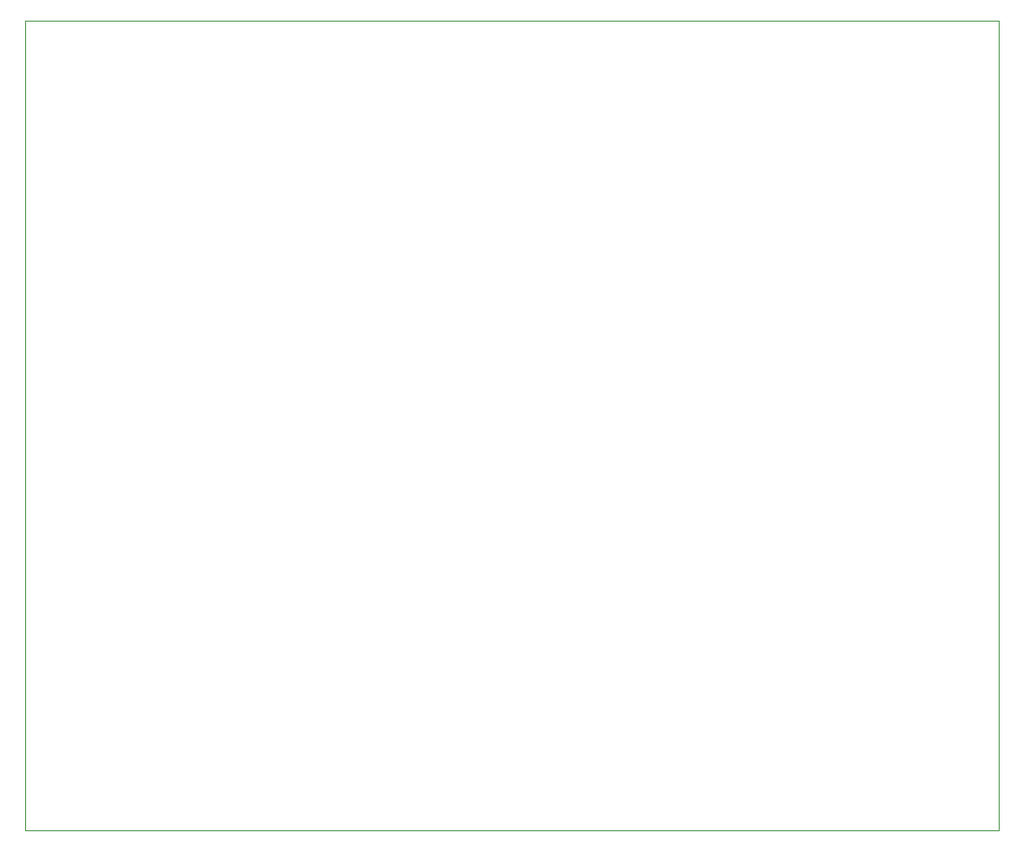
<source format=gbr>
%TF.GenerationSoftware,KiCad,Pcbnew,7.0.10*%
%TF.CreationDate,2024-03-26T13:20:44+05:30*%
%TF.ProjectId,PocketPCR,506f636b-6574-4504-9352-2e6b69636164,rev?*%
%TF.SameCoordinates,Original*%
%TF.FileFunction,Profile,NP*%
%FSLAX46Y46*%
G04 Gerber Fmt 4.6, Leading zero omitted, Abs format (unit mm)*
G04 Created by KiCad (PCBNEW 7.0.10) date 2024-03-26 13:20:44*
%MOMM*%
%LPD*%
G01*
G04 APERTURE LIST*
%TA.AperFunction,Profile*%
%ADD10C,0.100000*%
%TD*%
G04 APERTURE END LIST*
D10*
X81788000Y-50800000D02*
X173482000Y-50800000D01*
X173482000Y-127000000D01*
X81788000Y-127000000D01*
X81788000Y-50800000D01*
M02*

</source>
